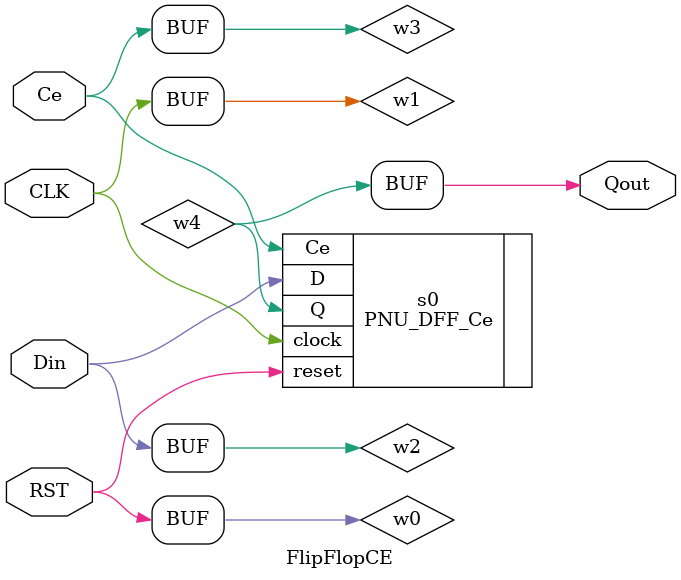
<source format=v>
module FlipFlopCE(Ce,Din,CLK,RST,Qout);

input Ce;
input Din;
input CLK;
input RST;
output Qout;

wire  w0;
wire  w1;
wire  w2;
wire  w3;
wire  w4;

assign w3 = Ce;
assign w2 = Din;
assign w1 = CLK;
assign w0 = RST;
assign Qout = w4;

PNU_DFF_Ce
     s0 (
      .reset(w0),
      .clock(w1),
      .D(w2),
      .Ce(w3),
      .Q(w4));

endmodule


</source>
